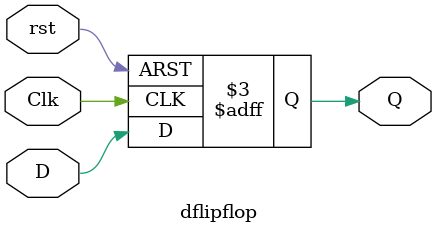
<source format=v>
module dflipflop(
    input D,
    input Clk,
	 input rst,
    output reg Q
    );
    
always @ (posedge Clk or posedge rst)
begin
if(rst==1)
Q<=0;
else
Q <= D;
end
endmodule

</source>
